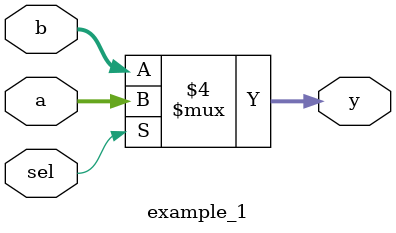
<source format=sv>
module example_1(
	input logic [7:0] a,b,
	input logic sel,
	output logic [7:0]y );
always_comb begin
if(sel==1'b1)
y=a;
else
y=b;
end
endmodule 
</source>
